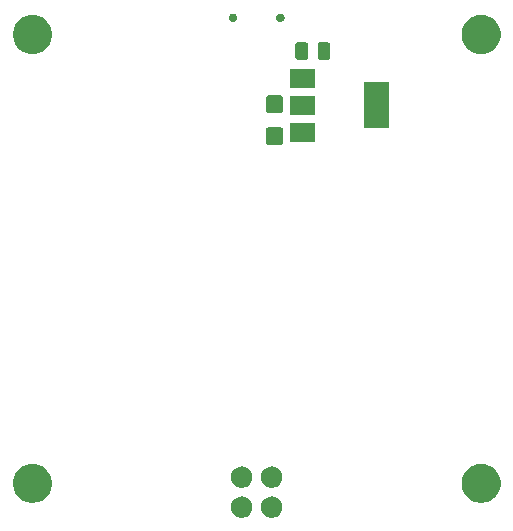
<source format=gbs>
G04 #@! TF.GenerationSoftware,KiCad,Pcbnew,(5.1.0)-1*
G04 #@! TF.CreationDate,2019-04-07T12:03:36+10:00*
G04 #@! TF.ProjectId,SAO101,53414f31-3031-42e6-9b69-6361645f7063,rev?*
G04 #@! TF.SameCoordinates,Original*
G04 #@! TF.FileFunction,Soldermask,Bot*
G04 #@! TF.FilePolarity,Negative*
%FSLAX46Y46*%
G04 Gerber Fmt 4.6, Leading zero omitted, Abs format (unit mm)*
G04 Created by KiCad (PCBNEW (5.1.0)-1) date 2019-04-07 12:03:36*
%MOMM*%
%LPD*%
G04 APERTURE LIST*
%ADD10C,0.100000*%
G04 APERTURE END LIST*
D10*
G36*
X128380426Y-104123313D02*
G01*
X128532812Y-104153624D01*
X128696784Y-104221544D01*
X128844354Y-104320147D01*
X128969853Y-104445646D01*
X129068456Y-104593216D01*
X129136376Y-104757188D01*
X129171000Y-104931259D01*
X129171000Y-105108741D01*
X129136376Y-105282812D01*
X129068456Y-105446784D01*
X128969853Y-105594354D01*
X128844354Y-105719853D01*
X128696784Y-105818456D01*
X128532812Y-105886376D01*
X128380426Y-105916687D01*
X128358742Y-105921000D01*
X128181258Y-105921000D01*
X128159574Y-105916687D01*
X128007188Y-105886376D01*
X127843216Y-105818456D01*
X127695646Y-105719853D01*
X127570147Y-105594354D01*
X127471544Y-105446784D01*
X127403624Y-105282812D01*
X127369000Y-105108741D01*
X127369000Y-104931259D01*
X127403624Y-104757188D01*
X127471544Y-104593216D01*
X127570147Y-104445646D01*
X127695646Y-104320147D01*
X127843216Y-104221544D01*
X128007188Y-104153624D01*
X128159574Y-104123313D01*
X128181258Y-104119000D01*
X128358742Y-104119000D01*
X128380426Y-104123313D01*
X128380426Y-104123313D01*
G37*
G36*
X125840426Y-104123313D02*
G01*
X125992812Y-104153624D01*
X126156784Y-104221544D01*
X126304354Y-104320147D01*
X126429853Y-104445646D01*
X126528456Y-104593216D01*
X126596376Y-104757188D01*
X126631000Y-104931259D01*
X126631000Y-105108741D01*
X126596376Y-105282812D01*
X126528456Y-105446784D01*
X126429853Y-105594354D01*
X126304354Y-105719853D01*
X126156784Y-105818456D01*
X125992812Y-105886376D01*
X125840426Y-105916687D01*
X125818742Y-105921000D01*
X125641258Y-105921000D01*
X125619574Y-105916687D01*
X125467188Y-105886376D01*
X125303216Y-105818456D01*
X125155646Y-105719853D01*
X125030147Y-105594354D01*
X124931544Y-105446784D01*
X124863624Y-105282812D01*
X124829000Y-105108741D01*
X124829000Y-104931259D01*
X124863624Y-104757188D01*
X124931544Y-104593216D01*
X125030147Y-104445646D01*
X125155646Y-104320147D01*
X125303216Y-104221544D01*
X125467188Y-104153624D01*
X125619574Y-104123313D01*
X125641258Y-104119000D01*
X125818742Y-104119000D01*
X125840426Y-104123313D01*
X125840426Y-104123313D01*
G37*
G36*
X146322094Y-101380724D02*
G01*
X146481579Y-101412447D01*
X146782042Y-101536903D01*
X147052451Y-101717585D01*
X147282415Y-101947549D01*
X147463097Y-102217958D01*
X147587553Y-102518421D01*
X147651000Y-102837391D01*
X147651000Y-103162609D01*
X147587553Y-103481579D01*
X147463097Y-103782042D01*
X147282415Y-104052451D01*
X147052451Y-104282415D01*
X146782042Y-104463097D01*
X146481579Y-104587553D01*
X146322094Y-104619276D01*
X146162611Y-104651000D01*
X145837389Y-104651000D01*
X145677906Y-104619276D01*
X145518421Y-104587553D01*
X145217958Y-104463097D01*
X144947549Y-104282415D01*
X144717585Y-104052451D01*
X144536903Y-103782042D01*
X144412447Y-103481579D01*
X144349000Y-103162609D01*
X144349000Y-102837391D01*
X144412447Y-102518421D01*
X144536903Y-102217958D01*
X144717585Y-101947549D01*
X144947549Y-101717585D01*
X145217958Y-101536903D01*
X145518421Y-101412447D01*
X145677906Y-101380724D01*
X145837389Y-101349000D01*
X146162611Y-101349000D01*
X146322094Y-101380724D01*
X146322094Y-101380724D01*
G37*
G36*
X108322094Y-101380724D02*
G01*
X108481579Y-101412447D01*
X108782042Y-101536903D01*
X109052451Y-101717585D01*
X109282415Y-101947549D01*
X109463097Y-102217958D01*
X109587553Y-102518421D01*
X109651000Y-102837391D01*
X109651000Y-103162609D01*
X109587553Y-103481579D01*
X109463097Y-103782042D01*
X109282415Y-104052451D01*
X109052451Y-104282415D01*
X108782042Y-104463097D01*
X108481579Y-104587553D01*
X108322094Y-104619276D01*
X108162611Y-104651000D01*
X107837389Y-104651000D01*
X107677906Y-104619276D01*
X107518421Y-104587553D01*
X107217958Y-104463097D01*
X106947549Y-104282415D01*
X106717585Y-104052451D01*
X106536903Y-103782042D01*
X106412447Y-103481579D01*
X106349000Y-103162609D01*
X106349000Y-102837391D01*
X106412447Y-102518421D01*
X106536903Y-102217958D01*
X106717585Y-101947549D01*
X106947549Y-101717585D01*
X107217958Y-101536903D01*
X107518421Y-101412447D01*
X107677906Y-101380724D01*
X107837389Y-101349000D01*
X108162611Y-101349000D01*
X108322094Y-101380724D01*
X108322094Y-101380724D01*
G37*
G36*
X128380426Y-101583313D02*
G01*
X128532812Y-101613624D01*
X128696784Y-101681544D01*
X128844354Y-101780147D01*
X128969853Y-101905646D01*
X129068456Y-102053216D01*
X129136376Y-102217188D01*
X129171000Y-102391259D01*
X129171000Y-102568741D01*
X129136376Y-102742812D01*
X129068456Y-102906784D01*
X128969853Y-103054354D01*
X128844354Y-103179853D01*
X128696784Y-103278456D01*
X128532812Y-103346376D01*
X128380426Y-103376687D01*
X128358742Y-103381000D01*
X128181258Y-103381000D01*
X128159574Y-103376687D01*
X128007188Y-103346376D01*
X127843216Y-103278456D01*
X127695646Y-103179853D01*
X127570147Y-103054354D01*
X127471544Y-102906784D01*
X127403624Y-102742812D01*
X127369000Y-102568741D01*
X127369000Y-102391259D01*
X127403624Y-102217188D01*
X127471544Y-102053216D01*
X127570147Y-101905646D01*
X127695646Y-101780147D01*
X127843216Y-101681544D01*
X128007188Y-101613624D01*
X128159574Y-101583313D01*
X128181258Y-101579000D01*
X128358742Y-101579000D01*
X128380426Y-101583313D01*
X128380426Y-101583313D01*
G37*
G36*
X125840426Y-101583313D02*
G01*
X125992812Y-101613624D01*
X126156784Y-101681544D01*
X126304354Y-101780147D01*
X126429853Y-101905646D01*
X126528456Y-102053216D01*
X126596376Y-102217188D01*
X126631000Y-102391259D01*
X126631000Y-102568741D01*
X126596376Y-102742812D01*
X126528456Y-102906784D01*
X126429853Y-103054354D01*
X126304354Y-103179853D01*
X126156784Y-103278456D01*
X125992812Y-103346376D01*
X125840426Y-103376687D01*
X125818742Y-103381000D01*
X125641258Y-103381000D01*
X125619574Y-103376687D01*
X125467188Y-103346376D01*
X125303216Y-103278456D01*
X125155646Y-103179853D01*
X125030147Y-103054354D01*
X124931544Y-102906784D01*
X124863624Y-102742812D01*
X124829000Y-102568741D01*
X124829000Y-102391259D01*
X124863624Y-102217188D01*
X124931544Y-102053216D01*
X125030147Y-101905646D01*
X125155646Y-101780147D01*
X125303216Y-101681544D01*
X125467188Y-101613624D01*
X125619574Y-101583313D01*
X125641258Y-101579000D01*
X125818742Y-101579000D01*
X125840426Y-101583313D01*
X125840426Y-101583313D01*
G37*
G36*
X129034860Y-72853798D02*
G01*
X129079351Y-72867294D01*
X129120357Y-72889213D01*
X129156295Y-72918705D01*
X129185787Y-72954643D01*
X129207706Y-72995649D01*
X129221202Y-73040140D01*
X129226000Y-73088860D01*
X129226000Y-74111140D01*
X129221202Y-74159860D01*
X129207706Y-74204351D01*
X129185787Y-74245357D01*
X129156295Y-74281295D01*
X129120357Y-74310787D01*
X129079351Y-74332706D01*
X129034860Y-74346202D01*
X128986140Y-74351000D01*
X128013860Y-74351000D01*
X127965140Y-74346202D01*
X127920649Y-74332706D01*
X127879643Y-74310787D01*
X127843705Y-74281295D01*
X127814213Y-74245357D01*
X127792294Y-74204351D01*
X127778798Y-74159860D01*
X127774000Y-74111140D01*
X127774000Y-73088860D01*
X127778798Y-73040140D01*
X127792294Y-72995649D01*
X127814213Y-72954643D01*
X127843705Y-72918705D01*
X127879643Y-72889213D01*
X127920649Y-72867294D01*
X127965140Y-72853798D01*
X128013860Y-72849000D01*
X128986140Y-72849000D01*
X129034860Y-72853798D01*
X129034860Y-72853798D01*
G37*
G36*
X131901000Y-74101000D02*
G01*
X129799000Y-74101000D01*
X129799000Y-72499000D01*
X131901000Y-72499000D01*
X131901000Y-74101000D01*
X131901000Y-74101000D01*
G37*
G36*
X138201000Y-72951000D02*
G01*
X136099000Y-72951000D01*
X136099000Y-69049000D01*
X138201000Y-69049000D01*
X138201000Y-72951000D01*
X138201000Y-72951000D01*
G37*
G36*
X131901000Y-71801000D02*
G01*
X129799000Y-71801000D01*
X129799000Y-70199000D01*
X131901000Y-70199000D01*
X131901000Y-71801000D01*
X131901000Y-71801000D01*
G37*
G36*
X129034860Y-70153798D02*
G01*
X129079351Y-70167294D01*
X129120357Y-70189213D01*
X129156295Y-70218705D01*
X129185787Y-70254643D01*
X129207706Y-70295649D01*
X129221202Y-70340140D01*
X129226000Y-70388860D01*
X129226000Y-71411140D01*
X129221202Y-71459860D01*
X129207706Y-71504351D01*
X129185787Y-71545357D01*
X129156295Y-71581295D01*
X129120357Y-71610787D01*
X129079351Y-71632706D01*
X129034860Y-71646202D01*
X128986140Y-71651000D01*
X128013860Y-71651000D01*
X127965140Y-71646202D01*
X127920649Y-71632706D01*
X127879643Y-71610787D01*
X127843705Y-71581295D01*
X127814213Y-71545357D01*
X127792294Y-71504351D01*
X127778798Y-71459860D01*
X127774000Y-71411140D01*
X127774000Y-70388860D01*
X127778798Y-70340140D01*
X127792294Y-70295649D01*
X127814213Y-70254643D01*
X127843705Y-70218705D01*
X127879643Y-70189213D01*
X127920649Y-70167294D01*
X127965140Y-70153798D01*
X128013860Y-70149000D01*
X128986140Y-70149000D01*
X129034860Y-70153798D01*
X129034860Y-70153798D01*
G37*
G36*
X131901000Y-69501000D02*
G01*
X129799000Y-69501000D01*
X129799000Y-67899000D01*
X131901000Y-67899000D01*
X131901000Y-69501000D01*
X131901000Y-69501000D01*
G37*
G36*
X131154353Y-65653930D02*
G01*
X131200127Y-65667815D01*
X131242317Y-65690366D01*
X131279290Y-65720710D01*
X131309634Y-65757683D01*
X131332185Y-65799873D01*
X131346070Y-65845647D01*
X131351000Y-65895704D01*
X131351000Y-66904296D01*
X131346070Y-66954353D01*
X131332185Y-67000127D01*
X131309634Y-67042317D01*
X131279290Y-67079290D01*
X131242317Y-67109634D01*
X131200127Y-67132185D01*
X131154353Y-67146070D01*
X131104296Y-67151000D01*
X130520704Y-67151000D01*
X130470647Y-67146070D01*
X130424873Y-67132185D01*
X130382683Y-67109634D01*
X130345710Y-67079290D01*
X130315366Y-67042317D01*
X130292815Y-67000127D01*
X130278930Y-66954353D01*
X130274000Y-66904296D01*
X130274000Y-65895704D01*
X130278930Y-65845647D01*
X130292815Y-65799873D01*
X130315366Y-65757683D01*
X130345710Y-65720710D01*
X130382683Y-65690366D01*
X130424873Y-65667815D01*
X130470647Y-65653930D01*
X130520704Y-65649000D01*
X131104296Y-65649000D01*
X131154353Y-65653930D01*
X131154353Y-65653930D01*
G37*
G36*
X133029353Y-65653930D02*
G01*
X133075127Y-65667815D01*
X133117317Y-65690366D01*
X133154290Y-65720710D01*
X133184634Y-65757683D01*
X133207185Y-65799873D01*
X133221070Y-65845647D01*
X133226000Y-65895704D01*
X133226000Y-66904296D01*
X133221070Y-66954353D01*
X133207185Y-67000127D01*
X133184634Y-67042317D01*
X133154290Y-67079290D01*
X133117317Y-67109634D01*
X133075127Y-67132185D01*
X133029353Y-67146070D01*
X132979296Y-67151000D01*
X132395704Y-67151000D01*
X132345647Y-67146070D01*
X132299873Y-67132185D01*
X132257683Y-67109634D01*
X132220710Y-67079290D01*
X132190366Y-67042317D01*
X132167815Y-67000127D01*
X132153930Y-66954353D01*
X132149000Y-66904296D01*
X132149000Y-65895704D01*
X132153930Y-65845647D01*
X132167815Y-65799873D01*
X132190366Y-65757683D01*
X132220710Y-65720710D01*
X132257683Y-65690366D01*
X132299873Y-65667815D01*
X132345647Y-65653930D01*
X132395704Y-65649000D01*
X132979296Y-65649000D01*
X133029353Y-65653930D01*
X133029353Y-65653930D01*
G37*
G36*
X146322094Y-63380724D02*
G01*
X146481579Y-63412447D01*
X146782042Y-63536903D01*
X147052451Y-63717585D01*
X147282415Y-63947549D01*
X147463097Y-64217958D01*
X147587553Y-64518421D01*
X147651000Y-64837391D01*
X147651000Y-65162609D01*
X147587553Y-65481579D01*
X147463097Y-65782042D01*
X147282415Y-66052451D01*
X147052451Y-66282415D01*
X146782042Y-66463097D01*
X146481579Y-66587553D01*
X146322094Y-66619276D01*
X146162611Y-66651000D01*
X145837389Y-66651000D01*
X145677906Y-66619276D01*
X145518421Y-66587553D01*
X145217958Y-66463097D01*
X144947549Y-66282415D01*
X144717585Y-66052451D01*
X144536903Y-65782042D01*
X144412447Y-65481579D01*
X144349000Y-65162609D01*
X144349000Y-64837391D01*
X144412447Y-64518421D01*
X144536903Y-64217958D01*
X144717585Y-63947549D01*
X144947549Y-63717585D01*
X145217958Y-63536903D01*
X145518421Y-63412447D01*
X145677906Y-63380724D01*
X145837389Y-63349000D01*
X146162611Y-63349000D01*
X146322094Y-63380724D01*
X146322094Y-63380724D01*
G37*
G36*
X108322094Y-63380724D02*
G01*
X108481579Y-63412447D01*
X108782042Y-63536903D01*
X109052451Y-63717585D01*
X109282415Y-63947549D01*
X109463097Y-64217958D01*
X109587553Y-64518421D01*
X109651000Y-64837391D01*
X109651000Y-65162609D01*
X109587553Y-65481579D01*
X109463097Y-65782042D01*
X109282415Y-66052451D01*
X109052451Y-66282415D01*
X108782042Y-66463097D01*
X108481579Y-66587553D01*
X108322094Y-66619276D01*
X108162611Y-66651000D01*
X107837389Y-66651000D01*
X107677906Y-66619276D01*
X107518421Y-66587553D01*
X107217958Y-66463097D01*
X106947549Y-66282415D01*
X106717585Y-66052451D01*
X106536903Y-65782042D01*
X106412447Y-65481579D01*
X106349000Y-65162609D01*
X106349000Y-64837391D01*
X106412447Y-64518421D01*
X106536903Y-64217958D01*
X106717585Y-63947549D01*
X106947549Y-63717585D01*
X107217958Y-63536903D01*
X107518421Y-63412447D01*
X107677906Y-63380724D01*
X107837389Y-63349000D01*
X108162611Y-63349000D01*
X108322094Y-63380724D01*
X108322094Y-63380724D01*
G37*
G36*
X125102381Y-63242488D02*
G01*
X125102384Y-63242489D01*
X125102383Y-63242489D01*
X125166261Y-63268948D01*
X125223749Y-63307361D01*
X125272639Y-63356251D01*
X125311052Y-63413739D01*
X125332972Y-63466659D01*
X125337512Y-63477619D01*
X125351000Y-63545428D01*
X125351000Y-63614572D01*
X125337512Y-63682381D01*
X125337511Y-63682383D01*
X125311052Y-63746261D01*
X125272639Y-63803749D01*
X125223749Y-63852639D01*
X125166261Y-63891052D01*
X125113341Y-63912972D01*
X125102381Y-63917512D01*
X125034572Y-63931000D01*
X124965428Y-63931000D01*
X124897619Y-63917512D01*
X124886659Y-63912972D01*
X124833739Y-63891052D01*
X124776251Y-63852639D01*
X124727361Y-63803749D01*
X124688948Y-63746261D01*
X124662489Y-63682383D01*
X124662488Y-63682381D01*
X124649000Y-63614572D01*
X124649000Y-63545428D01*
X124662488Y-63477619D01*
X124667028Y-63466659D01*
X124688948Y-63413739D01*
X124727361Y-63356251D01*
X124776251Y-63307361D01*
X124833739Y-63268948D01*
X124897617Y-63242489D01*
X124897616Y-63242489D01*
X124897619Y-63242488D01*
X124965428Y-63229000D01*
X125034572Y-63229000D01*
X125102381Y-63242488D01*
X125102381Y-63242488D01*
G37*
G36*
X129102381Y-63242488D02*
G01*
X129102384Y-63242489D01*
X129102383Y-63242489D01*
X129166261Y-63268948D01*
X129223749Y-63307361D01*
X129272639Y-63356251D01*
X129311052Y-63413739D01*
X129332972Y-63466659D01*
X129337512Y-63477619D01*
X129351000Y-63545428D01*
X129351000Y-63614572D01*
X129337512Y-63682381D01*
X129337511Y-63682383D01*
X129311052Y-63746261D01*
X129272639Y-63803749D01*
X129223749Y-63852639D01*
X129166261Y-63891052D01*
X129113341Y-63912972D01*
X129102381Y-63917512D01*
X129034572Y-63931000D01*
X128965428Y-63931000D01*
X128897619Y-63917512D01*
X128886659Y-63912972D01*
X128833739Y-63891052D01*
X128776251Y-63852639D01*
X128727361Y-63803749D01*
X128688948Y-63746261D01*
X128662489Y-63682383D01*
X128662488Y-63682381D01*
X128649000Y-63614572D01*
X128649000Y-63545428D01*
X128662488Y-63477619D01*
X128667028Y-63466659D01*
X128688948Y-63413739D01*
X128727361Y-63356251D01*
X128776251Y-63307361D01*
X128833739Y-63268948D01*
X128897617Y-63242489D01*
X128897616Y-63242489D01*
X128897619Y-63242488D01*
X128965428Y-63229000D01*
X129034572Y-63229000D01*
X129102381Y-63242488D01*
X129102381Y-63242488D01*
G37*
M02*

</source>
